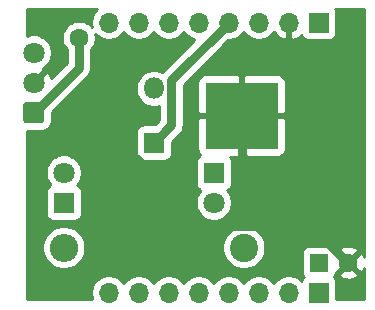
<source format=gbr>
%TF.GenerationSoftware,KiCad,Pcbnew,(5.1.7)-1*%
%TF.CreationDate,2020-12-03T17:13:14+01:00*%
%TF.ProjectId,RcOid,52634f69-642e-46b6-9963-61645f706362,1*%
%TF.SameCoordinates,Original*%
%TF.FileFunction,Copper,L2,Bot*%
%TF.FilePolarity,Positive*%
%FSLAX46Y46*%
G04 Gerber Fmt 4.6, Leading zero omitted, Abs format (unit mm)*
G04 Created by KiCad (PCBNEW (5.1.7)-1) date 2020-12-03 17:13:14*
%MOMM*%
%LPD*%
G01*
G04 APERTURE LIST*
%TA.AperFunction,ComponentPad*%
%ADD10O,1.800000X1.800000*%
%TD*%
%TA.AperFunction,ComponentPad*%
%ADD11R,1.800000X1.800000*%
%TD*%
%TA.AperFunction,SMDPad,CuDef*%
%ADD12R,6.200000X5.700000*%
%TD*%
%TA.AperFunction,ComponentPad*%
%ADD13C,1.800000*%
%TD*%
%TA.AperFunction,ComponentPad*%
%ADD14R,1.600000X1.600000*%
%TD*%
%TA.AperFunction,ComponentPad*%
%ADD15C,1.600000*%
%TD*%
%TA.AperFunction,ComponentPad*%
%ADD16R,1.700000X1.700000*%
%TD*%
%TA.AperFunction,ComponentPad*%
%ADD17O,1.700000X1.700000*%
%TD*%
%TA.AperFunction,ComponentPad*%
%ADD18C,2.400000*%
%TD*%
%TA.AperFunction,ComponentPad*%
%ADD19O,2.400000X2.400000*%
%TD*%
%TA.AperFunction,ViaPad*%
%ADD20C,1.600000*%
%TD*%
%TA.AperFunction,Conductor*%
%ADD21C,0.800000*%
%TD*%
%TA.AperFunction,Conductor*%
%ADD22C,0.254000*%
%TD*%
%TA.AperFunction,Conductor*%
%ADD23C,0.100000*%
%TD*%
G04 APERTURE END LIST*
D10*
%TO.P,Q1,2*%
%TO.N,Net-(D1-Pad1)*%
X134620000Y-99560000D03*
D11*
%TO.P,Q1,1*%
%TO.N,Net-(J1-Pad4)*%
X134620000Y-104140000D03*
D12*
%TO.P,Q1,3*%
%TO.N,GND*%
X142053333Y-101850000D03*
%TD*%
D13*
%TO.P,D2,2*%
%TO.N,Net-(D2-Pad2)*%
X139700000Y-109220000D03*
D11*
%TO.P,D2,1*%
%TO.N,Net-(D1-Pad2)*%
X139700000Y-106680000D03*
%TD*%
D13*
%TO.P,D1,2*%
%TO.N,Net-(D1-Pad2)*%
X127000000Y-106680000D03*
D11*
%TO.P,D1,1*%
%TO.N,Net-(D1-Pad1)*%
X127000000Y-109220000D03*
%TD*%
D14*
%TO.P,C1,1*%
%TO.N,+3V3*%
X148590000Y-114300000D03*
D15*
%TO.P,C1,2*%
%TO.N,GND*%
X151090000Y-114300000D03*
%TD*%
D16*
%TO.P,J1,1*%
%TO.N,Net-(J1-Pad1)*%
X148590000Y-93980000D03*
D17*
%TO.P,J1,2*%
%TO.N,GND*%
X146050000Y-93980000D03*
%TO.P,J1,3*%
%TO.N,Net-(J1-Pad3)*%
X143510000Y-93980000D03*
%TO.P,J1,4*%
%TO.N,Net-(J1-Pad4)*%
X140970000Y-93980000D03*
%TO.P,J1,5*%
%TO.N,Net-(J1-Pad5)*%
X138430000Y-93980000D03*
%TO.P,J1,6*%
%TO.N,Net-(J1-Pad6)*%
X135890000Y-93980000D03*
%TO.P,J1,7*%
%TO.N,Net-(J1-Pad7)*%
X133350000Y-93980000D03*
%TO.P,J1,8*%
%TO.N,Net-(J1-Pad8)*%
X130810000Y-93980000D03*
%TD*%
%TO.P,J2,8*%
%TO.N,Net-(J2-Pad8)*%
X130810000Y-116840000D03*
%TO.P,J2,7*%
%TO.N,Net-(J2-Pad7)*%
X133350000Y-116840000D03*
%TO.P,J2,6*%
%TO.N,Net-(J2-Pad6)*%
X135890000Y-116840000D03*
%TO.P,J2,5*%
%TO.N,Net-(J2-Pad5)*%
X138430000Y-116840000D03*
%TO.P,J2,4*%
%TO.N,Net-(J2-Pad4)*%
X140970000Y-116840000D03*
%TO.P,J2,3*%
%TO.N,Net-(J2-Pad3)*%
X143510000Y-116840000D03*
%TO.P,J2,2*%
%TO.N,Net-(J2-Pad2)*%
X146050000Y-116840000D03*
D16*
%TO.P,J2,1*%
%TO.N,+3V3*%
X148590000Y-116840000D03*
%TD*%
D18*
%TO.P,R1,1*%
%TO.N,+3V3*%
X142240000Y-113030000D03*
D19*
%TO.P,R1,2*%
%TO.N,Net-(D2-Pad2)*%
X127000000Y-113030000D03*
%TD*%
%TO.P,U1,1*%
%TO.N,Net-(J1-Pad3)*%
%TA.AperFunction,ComponentPad*%
G36*
G01*
X125109800Y-102500000D02*
X123810200Y-102500000D01*
G75*
G02*
X123560000Y-102249800I0J250200D01*
G01*
X123560000Y-100950200D01*
G75*
G02*
X123810200Y-100700000I250200J0D01*
G01*
X125109800Y-100700000D01*
G75*
G02*
X125360000Y-100950200I0J-250200D01*
G01*
X125360000Y-102249800D01*
G75*
G02*
X125109800Y-102500000I-250200J0D01*
G01*
G37*
%TD.AperFunction*%
D13*
%TO.P,U1,2*%
%TO.N,GND*%
X124460000Y-99060000D03*
%TO.P,U1,3*%
%TO.N,+3V3*%
X124460000Y-96520000D03*
%TD*%
D20*
%TO.N,GND*%
X128270000Y-102870000D03*
%TO.N,Net-(J1-Pad3)*%
X128270000Y-95250000D03*
%TD*%
D21*
%TO.N,GND*%
X148019999Y-111229999D02*
X151090000Y-114300000D01*
X133119990Y-105478742D02*
X138871247Y-111229999D01*
X138871247Y-111229999D02*
X148019999Y-111229999D01*
X133119990Y-105478742D02*
X130878742Y-105478742D01*
X130878742Y-105478742D02*
X128270000Y-102870000D01*
X142053333Y-105263333D02*
X151090000Y-114300000D01*
X142053333Y-101850000D02*
X142053333Y-105263333D01*
%TO.N,Net-(J1-Pad3)*%
X128270000Y-97790000D02*
X124460000Y-101600000D01*
X128270000Y-95250000D02*
X128270000Y-97790000D01*
%TO.N,Net-(J1-Pad4)*%
X136120010Y-98829990D02*
X140970000Y-93980000D01*
X136120010Y-102639990D02*
X136120010Y-98829990D01*
X134620000Y-104140000D02*
X136120010Y-102639990D01*
%TD*%
D22*
%TO.N,GND*%
X152455000Y-113855392D02*
X152393603Y-113683708D01*
X152326671Y-113558486D01*
X152082702Y-113486903D01*
X151269605Y-114300000D01*
X152082702Y-115113097D01*
X152326671Y-115041514D01*
X152447571Y-114786004D01*
X152455000Y-114756366D01*
X152455000Y-117375000D01*
X150078072Y-117375000D01*
X150078072Y-115990000D01*
X150065812Y-115865518D01*
X150029502Y-115745820D01*
X149970537Y-115635506D01*
X149891185Y-115538815D01*
X149867374Y-115519274D01*
X149920537Y-115454494D01*
X149979502Y-115344180D01*
X149995117Y-115292702D01*
X150276903Y-115292702D01*
X150348486Y-115536671D01*
X150603996Y-115657571D01*
X150878184Y-115726300D01*
X151160512Y-115740217D01*
X151440130Y-115698787D01*
X151706292Y-115603603D01*
X151831514Y-115536671D01*
X151903097Y-115292702D01*
X151090000Y-114479605D01*
X150276903Y-115292702D01*
X149995117Y-115292702D01*
X150015812Y-115224482D01*
X150028072Y-115100000D01*
X150028072Y-115092785D01*
X150097298Y-115113097D01*
X150910395Y-114300000D01*
X150097298Y-113486903D01*
X150028072Y-113507215D01*
X150028072Y-113500000D01*
X150015812Y-113375518D01*
X149995118Y-113307298D01*
X150276903Y-113307298D01*
X151090000Y-114120395D01*
X151903097Y-113307298D01*
X151831514Y-113063329D01*
X151576004Y-112942429D01*
X151301816Y-112873700D01*
X151019488Y-112859783D01*
X150739870Y-112901213D01*
X150473708Y-112996397D01*
X150348486Y-113063329D01*
X150276903Y-113307298D01*
X149995118Y-113307298D01*
X149979502Y-113255820D01*
X149920537Y-113145506D01*
X149841185Y-113048815D01*
X149744494Y-112969463D01*
X149634180Y-112910498D01*
X149514482Y-112874188D01*
X149390000Y-112861928D01*
X147790000Y-112861928D01*
X147665518Y-112874188D01*
X147545820Y-112910498D01*
X147435506Y-112969463D01*
X147338815Y-113048815D01*
X147259463Y-113145506D01*
X147200498Y-113255820D01*
X147164188Y-113375518D01*
X147151928Y-113500000D01*
X147151928Y-115100000D01*
X147164188Y-115224482D01*
X147200498Y-115344180D01*
X147259463Y-115454494D01*
X147312626Y-115519274D01*
X147288815Y-115538815D01*
X147209463Y-115635506D01*
X147150498Y-115745820D01*
X147128487Y-115818380D01*
X146996632Y-115686525D01*
X146753411Y-115524010D01*
X146483158Y-115412068D01*
X146196260Y-115355000D01*
X145903740Y-115355000D01*
X145616842Y-115412068D01*
X145346589Y-115524010D01*
X145103368Y-115686525D01*
X144896525Y-115893368D01*
X144780000Y-116067760D01*
X144663475Y-115893368D01*
X144456632Y-115686525D01*
X144213411Y-115524010D01*
X143943158Y-115412068D01*
X143656260Y-115355000D01*
X143363740Y-115355000D01*
X143076842Y-115412068D01*
X142806589Y-115524010D01*
X142563368Y-115686525D01*
X142356525Y-115893368D01*
X142240000Y-116067760D01*
X142123475Y-115893368D01*
X141916632Y-115686525D01*
X141673411Y-115524010D01*
X141403158Y-115412068D01*
X141116260Y-115355000D01*
X140823740Y-115355000D01*
X140536842Y-115412068D01*
X140266589Y-115524010D01*
X140023368Y-115686525D01*
X139816525Y-115893368D01*
X139700000Y-116067760D01*
X139583475Y-115893368D01*
X139376632Y-115686525D01*
X139133411Y-115524010D01*
X138863158Y-115412068D01*
X138576260Y-115355000D01*
X138283740Y-115355000D01*
X137996842Y-115412068D01*
X137726589Y-115524010D01*
X137483368Y-115686525D01*
X137276525Y-115893368D01*
X137160000Y-116067760D01*
X137043475Y-115893368D01*
X136836632Y-115686525D01*
X136593411Y-115524010D01*
X136323158Y-115412068D01*
X136036260Y-115355000D01*
X135743740Y-115355000D01*
X135456842Y-115412068D01*
X135186589Y-115524010D01*
X134943368Y-115686525D01*
X134736525Y-115893368D01*
X134620000Y-116067760D01*
X134503475Y-115893368D01*
X134296632Y-115686525D01*
X134053411Y-115524010D01*
X133783158Y-115412068D01*
X133496260Y-115355000D01*
X133203740Y-115355000D01*
X132916842Y-115412068D01*
X132646589Y-115524010D01*
X132403368Y-115686525D01*
X132196525Y-115893368D01*
X132080000Y-116067760D01*
X131963475Y-115893368D01*
X131756632Y-115686525D01*
X131513411Y-115524010D01*
X131243158Y-115412068D01*
X130956260Y-115355000D01*
X130663740Y-115355000D01*
X130376842Y-115412068D01*
X130106589Y-115524010D01*
X129863368Y-115686525D01*
X129656525Y-115893368D01*
X129494010Y-116136589D01*
X129382068Y-116406842D01*
X129325000Y-116693740D01*
X129325000Y-116986260D01*
X129382068Y-117273158D01*
X129424252Y-117375000D01*
X123925000Y-117375000D01*
X123925000Y-112849268D01*
X125165000Y-112849268D01*
X125165000Y-113210732D01*
X125235518Y-113565250D01*
X125373844Y-113899199D01*
X125574662Y-114199744D01*
X125830256Y-114455338D01*
X126130801Y-114656156D01*
X126464750Y-114794482D01*
X126819268Y-114865000D01*
X127180732Y-114865000D01*
X127535250Y-114794482D01*
X127869199Y-114656156D01*
X128169744Y-114455338D01*
X128425338Y-114199744D01*
X128626156Y-113899199D01*
X128764482Y-113565250D01*
X128835000Y-113210732D01*
X128835000Y-112849268D01*
X140405000Y-112849268D01*
X140405000Y-113210732D01*
X140475518Y-113565250D01*
X140613844Y-113899199D01*
X140814662Y-114199744D01*
X141070256Y-114455338D01*
X141370801Y-114656156D01*
X141704750Y-114794482D01*
X142059268Y-114865000D01*
X142420732Y-114865000D01*
X142775250Y-114794482D01*
X143109199Y-114656156D01*
X143409744Y-114455338D01*
X143665338Y-114199744D01*
X143866156Y-113899199D01*
X144004482Y-113565250D01*
X144075000Y-113210732D01*
X144075000Y-112849268D01*
X144004482Y-112494750D01*
X143866156Y-112160801D01*
X143665338Y-111860256D01*
X143409744Y-111604662D01*
X143109199Y-111403844D01*
X142775250Y-111265518D01*
X142420732Y-111195000D01*
X142059268Y-111195000D01*
X141704750Y-111265518D01*
X141370801Y-111403844D01*
X141070256Y-111604662D01*
X140814662Y-111860256D01*
X140613844Y-112160801D01*
X140475518Y-112494750D01*
X140405000Y-112849268D01*
X128835000Y-112849268D01*
X128764482Y-112494750D01*
X128626156Y-112160801D01*
X128425338Y-111860256D01*
X128169744Y-111604662D01*
X127869199Y-111403844D01*
X127535250Y-111265518D01*
X127180732Y-111195000D01*
X126819268Y-111195000D01*
X126464750Y-111265518D01*
X126130801Y-111403844D01*
X125830256Y-111604662D01*
X125574662Y-111860256D01*
X125373844Y-112160801D01*
X125235518Y-112494750D01*
X125165000Y-112849268D01*
X123925000Y-112849268D01*
X123925000Y-108320000D01*
X125461928Y-108320000D01*
X125461928Y-110120000D01*
X125474188Y-110244482D01*
X125510498Y-110364180D01*
X125569463Y-110474494D01*
X125648815Y-110571185D01*
X125745506Y-110650537D01*
X125855820Y-110709502D01*
X125975518Y-110745812D01*
X126100000Y-110758072D01*
X127900000Y-110758072D01*
X128024482Y-110745812D01*
X128144180Y-110709502D01*
X128254494Y-110650537D01*
X128351185Y-110571185D01*
X128430537Y-110474494D01*
X128489502Y-110364180D01*
X128525812Y-110244482D01*
X128538072Y-110120000D01*
X128538072Y-108320000D01*
X128525812Y-108195518D01*
X128489502Y-108075820D01*
X128430537Y-107965506D01*
X128351185Y-107868815D01*
X128254494Y-107789463D01*
X128144180Y-107730498D01*
X128125873Y-107724944D01*
X128192312Y-107658505D01*
X128360299Y-107407095D01*
X128476011Y-107127743D01*
X128535000Y-106831184D01*
X128535000Y-106528816D01*
X128476011Y-106232257D01*
X128360299Y-105952905D01*
X128244768Y-105780000D01*
X138161928Y-105780000D01*
X138161928Y-107580000D01*
X138174188Y-107704482D01*
X138210498Y-107824180D01*
X138269463Y-107934494D01*
X138348815Y-108031185D01*
X138445506Y-108110537D01*
X138555820Y-108169502D01*
X138574127Y-108175056D01*
X138507688Y-108241495D01*
X138339701Y-108492905D01*
X138223989Y-108772257D01*
X138165000Y-109068816D01*
X138165000Y-109371184D01*
X138223989Y-109667743D01*
X138339701Y-109947095D01*
X138507688Y-110198505D01*
X138721495Y-110412312D01*
X138972905Y-110580299D01*
X139252257Y-110696011D01*
X139548816Y-110755000D01*
X139851184Y-110755000D01*
X140147743Y-110696011D01*
X140427095Y-110580299D01*
X140678505Y-110412312D01*
X140892312Y-110198505D01*
X141060299Y-109947095D01*
X141176011Y-109667743D01*
X141235000Y-109371184D01*
X141235000Y-109068816D01*
X141176011Y-108772257D01*
X141060299Y-108492905D01*
X140892312Y-108241495D01*
X140825873Y-108175056D01*
X140844180Y-108169502D01*
X140954494Y-108110537D01*
X141051185Y-108031185D01*
X141130537Y-107934494D01*
X141189502Y-107824180D01*
X141225812Y-107704482D01*
X141238072Y-107580000D01*
X141238072Y-105780000D01*
X141225812Y-105655518D01*
X141189502Y-105535820D01*
X141130537Y-105425506D01*
X141056898Y-105335776D01*
X141767583Y-105335000D01*
X141926333Y-105176250D01*
X141926333Y-101977000D01*
X142180333Y-101977000D01*
X142180333Y-105176250D01*
X142339083Y-105335000D01*
X145153333Y-105338072D01*
X145277815Y-105325812D01*
X145397513Y-105289502D01*
X145507827Y-105230537D01*
X145604518Y-105151185D01*
X145683870Y-105054494D01*
X145742835Y-104944180D01*
X145779145Y-104824482D01*
X145791405Y-104700000D01*
X145788333Y-102135750D01*
X145629583Y-101977000D01*
X142180333Y-101977000D01*
X141926333Y-101977000D01*
X138477083Y-101977000D01*
X138318333Y-102135750D01*
X138315261Y-104700000D01*
X138327521Y-104824482D01*
X138363831Y-104944180D01*
X138422796Y-105054494D01*
X138502148Y-105151185D01*
X138552327Y-105192365D01*
X138445506Y-105249463D01*
X138348815Y-105328815D01*
X138269463Y-105425506D01*
X138210498Y-105535820D01*
X138174188Y-105655518D01*
X138161928Y-105780000D01*
X128244768Y-105780000D01*
X128192312Y-105701495D01*
X127978505Y-105487688D01*
X127727095Y-105319701D01*
X127447743Y-105203989D01*
X127151184Y-105145000D01*
X126848816Y-105145000D01*
X126552257Y-105203989D01*
X126272905Y-105319701D01*
X126021495Y-105487688D01*
X125807688Y-105701495D01*
X125639701Y-105952905D01*
X125523989Y-106232257D01*
X125465000Y-106528816D01*
X125465000Y-106831184D01*
X125523989Y-107127743D01*
X125639701Y-107407095D01*
X125807688Y-107658505D01*
X125874127Y-107724944D01*
X125855820Y-107730498D01*
X125745506Y-107789463D01*
X125648815Y-107868815D01*
X125569463Y-107965506D01*
X125510498Y-108075820D01*
X125474188Y-108195518D01*
X125461928Y-108320000D01*
X123925000Y-108320000D01*
X123925000Y-103138072D01*
X125109800Y-103138072D01*
X125283093Y-103121004D01*
X125449727Y-103070456D01*
X125603297Y-102988371D01*
X125737903Y-102877903D01*
X125848371Y-102743297D01*
X125930456Y-102589727D01*
X125981004Y-102423093D01*
X125998072Y-102249800D01*
X125998072Y-101525638D01*
X128965908Y-98557803D01*
X129005396Y-98525396D01*
X129051299Y-98469463D01*
X129134734Y-98367798D01*
X129230840Y-98187994D01*
X129230841Y-98187993D01*
X129290024Y-97992895D01*
X129305000Y-97840838D01*
X129305000Y-97840835D01*
X129310007Y-97790000D01*
X129305000Y-97739165D01*
X129305000Y-96244396D01*
X129384637Y-96164759D01*
X129541680Y-95929727D01*
X129649853Y-95668574D01*
X129705000Y-95391335D01*
X129705000Y-95108665D01*
X129671837Y-94941944D01*
X129863368Y-95133475D01*
X130106589Y-95295990D01*
X130376842Y-95407932D01*
X130663740Y-95465000D01*
X130956260Y-95465000D01*
X131243158Y-95407932D01*
X131513411Y-95295990D01*
X131756632Y-95133475D01*
X131963475Y-94926632D01*
X132080000Y-94752240D01*
X132196525Y-94926632D01*
X132403368Y-95133475D01*
X132646589Y-95295990D01*
X132916842Y-95407932D01*
X133203740Y-95465000D01*
X133496260Y-95465000D01*
X133783158Y-95407932D01*
X134053411Y-95295990D01*
X134296632Y-95133475D01*
X134503475Y-94926632D01*
X134620000Y-94752240D01*
X134736525Y-94926632D01*
X134943368Y-95133475D01*
X135186589Y-95295990D01*
X135456842Y-95407932D01*
X135743740Y-95465000D01*
X136036260Y-95465000D01*
X136323158Y-95407932D01*
X136593411Y-95295990D01*
X136836632Y-95133475D01*
X137043475Y-94926632D01*
X137160000Y-94752240D01*
X137276525Y-94926632D01*
X137483368Y-95133475D01*
X137726589Y-95295990D01*
X137996842Y-95407932D01*
X138064833Y-95421456D01*
X135424102Y-98062187D01*
X135384615Y-98094594D01*
X135352208Y-98134082D01*
X135352207Y-98134083D01*
X135310721Y-98184634D01*
X135067743Y-98083989D01*
X134771184Y-98025000D01*
X134468816Y-98025000D01*
X134172257Y-98083989D01*
X133892905Y-98199701D01*
X133641495Y-98367688D01*
X133427688Y-98581495D01*
X133259701Y-98832905D01*
X133143989Y-99112257D01*
X133085000Y-99408816D01*
X133085000Y-99711184D01*
X133143989Y-100007743D01*
X133259701Y-100287095D01*
X133427688Y-100538505D01*
X133641495Y-100752312D01*
X133892905Y-100920299D01*
X134172257Y-101036011D01*
X134468816Y-101095000D01*
X134771184Y-101095000D01*
X135067743Y-101036011D01*
X135085010Y-101028859D01*
X135085010Y-102211279D01*
X134694361Y-102601928D01*
X133720000Y-102601928D01*
X133595518Y-102614188D01*
X133475820Y-102650498D01*
X133365506Y-102709463D01*
X133268815Y-102788815D01*
X133189463Y-102885506D01*
X133130498Y-102995820D01*
X133094188Y-103115518D01*
X133081928Y-103240000D01*
X133081928Y-105040000D01*
X133094188Y-105164482D01*
X133130498Y-105284180D01*
X133189463Y-105394494D01*
X133268815Y-105491185D01*
X133365506Y-105570537D01*
X133475820Y-105629502D01*
X133595518Y-105665812D01*
X133720000Y-105678072D01*
X135520000Y-105678072D01*
X135644482Y-105665812D01*
X135764180Y-105629502D01*
X135874494Y-105570537D01*
X135971185Y-105491185D01*
X136050537Y-105394494D01*
X136109502Y-105284180D01*
X136145812Y-105164482D01*
X136158072Y-105040000D01*
X136158072Y-104065639D01*
X136815918Y-103407793D01*
X136855406Y-103375386D01*
X136984744Y-103217787D01*
X137080851Y-103037983D01*
X137140034Y-102842885D01*
X137155010Y-102690828D01*
X137155010Y-102690819D01*
X137160016Y-102639991D01*
X137155010Y-102589163D01*
X137155010Y-99258700D01*
X137413710Y-99000000D01*
X138315261Y-99000000D01*
X138318333Y-101564250D01*
X138477083Y-101723000D01*
X141926333Y-101723000D01*
X141926333Y-98523750D01*
X142180333Y-98523750D01*
X142180333Y-101723000D01*
X145629583Y-101723000D01*
X145788333Y-101564250D01*
X145791405Y-99000000D01*
X145779145Y-98875518D01*
X145742835Y-98755820D01*
X145683870Y-98645506D01*
X145604518Y-98548815D01*
X145507827Y-98469463D01*
X145397513Y-98410498D01*
X145277815Y-98374188D01*
X145153333Y-98361928D01*
X142339083Y-98365000D01*
X142180333Y-98523750D01*
X141926333Y-98523750D01*
X141767583Y-98365000D01*
X138953333Y-98361928D01*
X138828851Y-98374188D01*
X138709153Y-98410498D01*
X138598839Y-98469463D01*
X138502148Y-98548815D01*
X138422796Y-98645506D01*
X138363831Y-98755820D01*
X138327521Y-98875518D01*
X138315261Y-99000000D01*
X137413710Y-99000000D01*
X140948711Y-95465000D01*
X141116260Y-95465000D01*
X141403158Y-95407932D01*
X141673411Y-95295990D01*
X141916632Y-95133475D01*
X142123475Y-94926632D01*
X142240000Y-94752240D01*
X142356525Y-94926632D01*
X142563368Y-95133475D01*
X142806589Y-95295990D01*
X143076842Y-95407932D01*
X143363740Y-95465000D01*
X143656260Y-95465000D01*
X143943158Y-95407932D01*
X144213411Y-95295990D01*
X144456632Y-95133475D01*
X144663475Y-94926632D01*
X144785195Y-94744466D01*
X144854822Y-94861355D01*
X145049731Y-95077588D01*
X145283080Y-95251641D01*
X145545901Y-95376825D01*
X145693110Y-95421476D01*
X145923000Y-95300155D01*
X145923000Y-94107000D01*
X145903000Y-94107000D01*
X145903000Y-93853000D01*
X145923000Y-93853000D01*
X145923000Y-93833000D01*
X146177000Y-93833000D01*
X146177000Y-93853000D01*
X146197000Y-93853000D01*
X146197000Y-94107000D01*
X146177000Y-94107000D01*
X146177000Y-95300155D01*
X146406890Y-95421476D01*
X146554099Y-95376825D01*
X146816920Y-95251641D01*
X147050269Y-95077588D01*
X147126034Y-94993534D01*
X147150498Y-95074180D01*
X147209463Y-95184494D01*
X147288815Y-95281185D01*
X147385506Y-95360537D01*
X147495820Y-95419502D01*
X147615518Y-95455812D01*
X147740000Y-95468072D01*
X149440000Y-95468072D01*
X149564482Y-95455812D01*
X149684180Y-95419502D01*
X149794494Y-95360537D01*
X149891185Y-95281185D01*
X149970537Y-95184494D01*
X150029502Y-95074180D01*
X150065812Y-94954482D01*
X150078072Y-94830000D01*
X150078072Y-93130000D01*
X150065812Y-93005518D01*
X150029502Y-92885820D01*
X150007683Y-92845001D01*
X152455001Y-92845001D01*
X152455000Y-113855392D01*
%TA.AperFunction,Conductor*%
D23*
G36*
X152455000Y-113855392D02*
G01*
X152393603Y-113683708D01*
X152326671Y-113558486D01*
X152082702Y-113486903D01*
X151269605Y-114300000D01*
X152082702Y-115113097D01*
X152326671Y-115041514D01*
X152447571Y-114786004D01*
X152455000Y-114756366D01*
X152455000Y-117375000D01*
X150078072Y-117375000D01*
X150078072Y-115990000D01*
X150065812Y-115865518D01*
X150029502Y-115745820D01*
X149970537Y-115635506D01*
X149891185Y-115538815D01*
X149867374Y-115519274D01*
X149920537Y-115454494D01*
X149979502Y-115344180D01*
X149995117Y-115292702D01*
X150276903Y-115292702D01*
X150348486Y-115536671D01*
X150603996Y-115657571D01*
X150878184Y-115726300D01*
X151160512Y-115740217D01*
X151440130Y-115698787D01*
X151706292Y-115603603D01*
X151831514Y-115536671D01*
X151903097Y-115292702D01*
X151090000Y-114479605D01*
X150276903Y-115292702D01*
X149995117Y-115292702D01*
X150015812Y-115224482D01*
X150028072Y-115100000D01*
X150028072Y-115092785D01*
X150097298Y-115113097D01*
X150910395Y-114300000D01*
X150097298Y-113486903D01*
X150028072Y-113507215D01*
X150028072Y-113500000D01*
X150015812Y-113375518D01*
X149995118Y-113307298D01*
X150276903Y-113307298D01*
X151090000Y-114120395D01*
X151903097Y-113307298D01*
X151831514Y-113063329D01*
X151576004Y-112942429D01*
X151301816Y-112873700D01*
X151019488Y-112859783D01*
X150739870Y-112901213D01*
X150473708Y-112996397D01*
X150348486Y-113063329D01*
X150276903Y-113307298D01*
X149995118Y-113307298D01*
X149979502Y-113255820D01*
X149920537Y-113145506D01*
X149841185Y-113048815D01*
X149744494Y-112969463D01*
X149634180Y-112910498D01*
X149514482Y-112874188D01*
X149390000Y-112861928D01*
X147790000Y-112861928D01*
X147665518Y-112874188D01*
X147545820Y-112910498D01*
X147435506Y-112969463D01*
X147338815Y-113048815D01*
X147259463Y-113145506D01*
X147200498Y-113255820D01*
X147164188Y-113375518D01*
X147151928Y-113500000D01*
X147151928Y-115100000D01*
X147164188Y-115224482D01*
X147200498Y-115344180D01*
X147259463Y-115454494D01*
X147312626Y-115519274D01*
X147288815Y-115538815D01*
X147209463Y-115635506D01*
X147150498Y-115745820D01*
X147128487Y-115818380D01*
X146996632Y-115686525D01*
X146753411Y-115524010D01*
X146483158Y-115412068D01*
X146196260Y-115355000D01*
X145903740Y-115355000D01*
X145616842Y-115412068D01*
X145346589Y-115524010D01*
X145103368Y-115686525D01*
X144896525Y-115893368D01*
X144780000Y-116067760D01*
X144663475Y-115893368D01*
X144456632Y-115686525D01*
X144213411Y-115524010D01*
X143943158Y-115412068D01*
X143656260Y-115355000D01*
X143363740Y-115355000D01*
X143076842Y-115412068D01*
X142806589Y-115524010D01*
X142563368Y-115686525D01*
X142356525Y-115893368D01*
X142240000Y-116067760D01*
X142123475Y-115893368D01*
X141916632Y-115686525D01*
X141673411Y-115524010D01*
X141403158Y-115412068D01*
X141116260Y-115355000D01*
X140823740Y-115355000D01*
X140536842Y-115412068D01*
X140266589Y-115524010D01*
X140023368Y-115686525D01*
X139816525Y-115893368D01*
X139700000Y-116067760D01*
X139583475Y-115893368D01*
X139376632Y-115686525D01*
X139133411Y-115524010D01*
X138863158Y-115412068D01*
X138576260Y-115355000D01*
X138283740Y-115355000D01*
X137996842Y-115412068D01*
X137726589Y-115524010D01*
X137483368Y-115686525D01*
X137276525Y-115893368D01*
X137160000Y-116067760D01*
X137043475Y-115893368D01*
X136836632Y-115686525D01*
X136593411Y-115524010D01*
X136323158Y-115412068D01*
X136036260Y-115355000D01*
X135743740Y-115355000D01*
X135456842Y-115412068D01*
X135186589Y-115524010D01*
X134943368Y-115686525D01*
X134736525Y-115893368D01*
X134620000Y-116067760D01*
X134503475Y-115893368D01*
X134296632Y-115686525D01*
X134053411Y-115524010D01*
X133783158Y-115412068D01*
X133496260Y-115355000D01*
X133203740Y-115355000D01*
X132916842Y-115412068D01*
X132646589Y-115524010D01*
X132403368Y-115686525D01*
X132196525Y-115893368D01*
X132080000Y-116067760D01*
X131963475Y-115893368D01*
X131756632Y-115686525D01*
X131513411Y-115524010D01*
X131243158Y-115412068D01*
X130956260Y-115355000D01*
X130663740Y-115355000D01*
X130376842Y-115412068D01*
X130106589Y-115524010D01*
X129863368Y-115686525D01*
X129656525Y-115893368D01*
X129494010Y-116136589D01*
X129382068Y-116406842D01*
X129325000Y-116693740D01*
X129325000Y-116986260D01*
X129382068Y-117273158D01*
X129424252Y-117375000D01*
X123925000Y-117375000D01*
X123925000Y-112849268D01*
X125165000Y-112849268D01*
X125165000Y-113210732D01*
X125235518Y-113565250D01*
X125373844Y-113899199D01*
X125574662Y-114199744D01*
X125830256Y-114455338D01*
X126130801Y-114656156D01*
X126464750Y-114794482D01*
X126819268Y-114865000D01*
X127180732Y-114865000D01*
X127535250Y-114794482D01*
X127869199Y-114656156D01*
X128169744Y-114455338D01*
X128425338Y-114199744D01*
X128626156Y-113899199D01*
X128764482Y-113565250D01*
X128835000Y-113210732D01*
X128835000Y-112849268D01*
X140405000Y-112849268D01*
X140405000Y-113210732D01*
X140475518Y-113565250D01*
X140613844Y-113899199D01*
X140814662Y-114199744D01*
X141070256Y-114455338D01*
X141370801Y-114656156D01*
X141704750Y-114794482D01*
X142059268Y-114865000D01*
X142420732Y-114865000D01*
X142775250Y-114794482D01*
X143109199Y-114656156D01*
X143409744Y-114455338D01*
X143665338Y-114199744D01*
X143866156Y-113899199D01*
X144004482Y-113565250D01*
X144075000Y-113210732D01*
X144075000Y-112849268D01*
X144004482Y-112494750D01*
X143866156Y-112160801D01*
X143665338Y-111860256D01*
X143409744Y-111604662D01*
X143109199Y-111403844D01*
X142775250Y-111265518D01*
X142420732Y-111195000D01*
X142059268Y-111195000D01*
X141704750Y-111265518D01*
X141370801Y-111403844D01*
X141070256Y-111604662D01*
X140814662Y-111860256D01*
X140613844Y-112160801D01*
X140475518Y-112494750D01*
X140405000Y-112849268D01*
X128835000Y-112849268D01*
X128764482Y-112494750D01*
X128626156Y-112160801D01*
X128425338Y-111860256D01*
X128169744Y-111604662D01*
X127869199Y-111403844D01*
X127535250Y-111265518D01*
X127180732Y-111195000D01*
X126819268Y-111195000D01*
X126464750Y-111265518D01*
X126130801Y-111403844D01*
X125830256Y-111604662D01*
X125574662Y-111860256D01*
X125373844Y-112160801D01*
X125235518Y-112494750D01*
X125165000Y-112849268D01*
X123925000Y-112849268D01*
X123925000Y-108320000D01*
X125461928Y-108320000D01*
X125461928Y-110120000D01*
X125474188Y-110244482D01*
X125510498Y-110364180D01*
X125569463Y-110474494D01*
X125648815Y-110571185D01*
X125745506Y-110650537D01*
X125855820Y-110709502D01*
X125975518Y-110745812D01*
X126100000Y-110758072D01*
X127900000Y-110758072D01*
X128024482Y-110745812D01*
X128144180Y-110709502D01*
X128254494Y-110650537D01*
X128351185Y-110571185D01*
X128430537Y-110474494D01*
X128489502Y-110364180D01*
X128525812Y-110244482D01*
X128538072Y-110120000D01*
X128538072Y-108320000D01*
X128525812Y-108195518D01*
X128489502Y-108075820D01*
X128430537Y-107965506D01*
X128351185Y-107868815D01*
X128254494Y-107789463D01*
X128144180Y-107730498D01*
X128125873Y-107724944D01*
X128192312Y-107658505D01*
X128360299Y-107407095D01*
X128476011Y-107127743D01*
X128535000Y-106831184D01*
X128535000Y-106528816D01*
X128476011Y-106232257D01*
X128360299Y-105952905D01*
X128244768Y-105780000D01*
X138161928Y-105780000D01*
X138161928Y-107580000D01*
X138174188Y-107704482D01*
X138210498Y-107824180D01*
X138269463Y-107934494D01*
X138348815Y-108031185D01*
X138445506Y-108110537D01*
X138555820Y-108169502D01*
X138574127Y-108175056D01*
X138507688Y-108241495D01*
X138339701Y-108492905D01*
X138223989Y-108772257D01*
X138165000Y-109068816D01*
X138165000Y-109371184D01*
X138223989Y-109667743D01*
X138339701Y-109947095D01*
X138507688Y-110198505D01*
X138721495Y-110412312D01*
X138972905Y-110580299D01*
X139252257Y-110696011D01*
X139548816Y-110755000D01*
X139851184Y-110755000D01*
X140147743Y-110696011D01*
X140427095Y-110580299D01*
X140678505Y-110412312D01*
X140892312Y-110198505D01*
X141060299Y-109947095D01*
X141176011Y-109667743D01*
X141235000Y-109371184D01*
X141235000Y-109068816D01*
X141176011Y-108772257D01*
X141060299Y-108492905D01*
X140892312Y-108241495D01*
X140825873Y-108175056D01*
X140844180Y-108169502D01*
X140954494Y-108110537D01*
X141051185Y-108031185D01*
X141130537Y-107934494D01*
X141189502Y-107824180D01*
X141225812Y-107704482D01*
X141238072Y-107580000D01*
X141238072Y-105780000D01*
X141225812Y-105655518D01*
X141189502Y-105535820D01*
X141130537Y-105425506D01*
X141056898Y-105335776D01*
X141767583Y-105335000D01*
X141926333Y-105176250D01*
X141926333Y-101977000D01*
X142180333Y-101977000D01*
X142180333Y-105176250D01*
X142339083Y-105335000D01*
X145153333Y-105338072D01*
X145277815Y-105325812D01*
X145397513Y-105289502D01*
X145507827Y-105230537D01*
X145604518Y-105151185D01*
X145683870Y-105054494D01*
X145742835Y-104944180D01*
X145779145Y-104824482D01*
X145791405Y-104700000D01*
X145788333Y-102135750D01*
X145629583Y-101977000D01*
X142180333Y-101977000D01*
X141926333Y-101977000D01*
X138477083Y-101977000D01*
X138318333Y-102135750D01*
X138315261Y-104700000D01*
X138327521Y-104824482D01*
X138363831Y-104944180D01*
X138422796Y-105054494D01*
X138502148Y-105151185D01*
X138552327Y-105192365D01*
X138445506Y-105249463D01*
X138348815Y-105328815D01*
X138269463Y-105425506D01*
X138210498Y-105535820D01*
X138174188Y-105655518D01*
X138161928Y-105780000D01*
X128244768Y-105780000D01*
X128192312Y-105701495D01*
X127978505Y-105487688D01*
X127727095Y-105319701D01*
X127447743Y-105203989D01*
X127151184Y-105145000D01*
X126848816Y-105145000D01*
X126552257Y-105203989D01*
X126272905Y-105319701D01*
X126021495Y-105487688D01*
X125807688Y-105701495D01*
X125639701Y-105952905D01*
X125523989Y-106232257D01*
X125465000Y-106528816D01*
X125465000Y-106831184D01*
X125523989Y-107127743D01*
X125639701Y-107407095D01*
X125807688Y-107658505D01*
X125874127Y-107724944D01*
X125855820Y-107730498D01*
X125745506Y-107789463D01*
X125648815Y-107868815D01*
X125569463Y-107965506D01*
X125510498Y-108075820D01*
X125474188Y-108195518D01*
X125461928Y-108320000D01*
X123925000Y-108320000D01*
X123925000Y-103138072D01*
X125109800Y-103138072D01*
X125283093Y-103121004D01*
X125449727Y-103070456D01*
X125603297Y-102988371D01*
X125737903Y-102877903D01*
X125848371Y-102743297D01*
X125930456Y-102589727D01*
X125981004Y-102423093D01*
X125998072Y-102249800D01*
X125998072Y-101525638D01*
X128965908Y-98557803D01*
X129005396Y-98525396D01*
X129051299Y-98469463D01*
X129134734Y-98367798D01*
X129230840Y-98187994D01*
X129230841Y-98187993D01*
X129290024Y-97992895D01*
X129305000Y-97840838D01*
X129305000Y-97840835D01*
X129310007Y-97790000D01*
X129305000Y-97739165D01*
X129305000Y-96244396D01*
X129384637Y-96164759D01*
X129541680Y-95929727D01*
X129649853Y-95668574D01*
X129705000Y-95391335D01*
X129705000Y-95108665D01*
X129671837Y-94941944D01*
X129863368Y-95133475D01*
X130106589Y-95295990D01*
X130376842Y-95407932D01*
X130663740Y-95465000D01*
X130956260Y-95465000D01*
X131243158Y-95407932D01*
X131513411Y-95295990D01*
X131756632Y-95133475D01*
X131963475Y-94926632D01*
X132080000Y-94752240D01*
X132196525Y-94926632D01*
X132403368Y-95133475D01*
X132646589Y-95295990D01*
X132916842Y-95407932D01*
X133203740Y-95465000D01*
X133496260Y-95465000D01*
X133783158Y-95407932D01*
X134053411Y-95295990D01*
X134296632Y-95133475D01*
X134503475Y-94926632D01*
X134620000Y-94752240D01*
X134736525Y-94926632D01*
X134943368Y-95133475D01*
X135186589Y-95295990D01*
X135456842Y-95407932D01*
X135743740Y-95465000D01*
X136036260Y-95465000D01*
X136323158Y-95407932D01*
X136593411Y-95295990D01*
X136836632Y-95133475D01*
X137043475Y-94926632D01*
X137160000Y-94752240D01*
X137276525Y-94926632D01*
X137483368Y-95133475D01*
X137726589Y-95295990D01*
X137996842Y-95407932D01*
X138064833Y-95421456D01*
X135424102Y-98062187D01*
X135384615Y-98094594D01*
X135352208Y-98134082D01*
X135352207Y-98134083D01*
X135310721Y-98184634D01*
X135067743Y-98083989D01*
X134771184Y-98025000D01*
X134468816Y-98025000D01*
X134172257Y-98083989D01*
X133892905Y-98199701D01*
X133641495Y-98367688D01*
X133427688Y-98581495D01*
X133259701Y-98832905D01*
X133143989Y-99112257D01*
X133085000Y-99408816D01*
X133085000Y-99711184D01*
X133143989Y-100007743D01*
X133259701Y-100287095D01*
X133427688Y-100538505D01*
X133641495Y-100752312D01*
X133892905Y-100920299D01*
X134172257Y-101036011D01*
X134468816Y-101095000D01*
X134771184Y-101095000D01*
X135067743Y-101036011D01*
X135085010Y-101028859D01*
X135085010Y-102211279D01*
X134694361Y-102601928D01*
X133720000Y-102601928D01*
X133595518Y-102614188D01*
X133475820Y-102650498D01*
X133365506Y-102709463D01*
X133268815Y-102788815D01*
X133189463Y-102885506D01*
X133130498Y-102995820D01*
X133094188Y-103115518D01*
X133081928Y-103240000D01*
X133081928Y-105040000D01*
X133094188Y-105164482D01*
X133130498Y-105284180D01*
X133189463Y-105394494D01*
X133268815Y-105491185D01*
X133365506Y-105570537D01*
X133475820Y-105629502D01*
X133595518Y-105665812D01*
X133720000Y-105678072D01*
X135520000Y-105678072D01*
X135644482Y-105665812D01*
X135764180Y-105629502D01*
X135874494Y-105570537D01*
X135971185Y-105491185D01*
X136050537Y-105394494D01*
X136109502Y-105284180D01*
X136145812Y-105164482D01*
X136158072Y-105040000D01*
X136158072Y-104065639D01*
X136815918Y-103407793D01*
X136855406Y-103375386D01*
X136984744Y-103217787D01*
X137080851Y-103037983D01*
X137140034Y-102842885D01*
X137155010Y-102690828D01*
X137155010Y-102690819D01*
X137160016Y-102639991D01*
X137155010Y-102589163D01*
X137155010Y-99258700D01*
X137413710Y-99000000D01*
X138315261Y-99000000D01*
X138318333Y-101564250D01*
X138477083Y-101723000D01*
X141926333Y-101723000D01*
X141926333Y-98523750D01*
X142180333Y-98523750D01*
X142180333Y-101723000D01*
X145629583Y-101723000D01*
X145788333Y-101564250D01*
X145791405Y-99000000D01*
X145779145Y-98875518D01*
X145742835Y-98755820D01*
X145683870Y-98645506D01*
X145604518Y-98548815D01*
X145507827Y-98469463D01*
X145397513Y-98410498D01*
X145277815Y-98374188D01*
X145153333Y-98361928D01*
X142339083Y-98365000D01*
X142180333Y-98523750D01*
X141926333Y-98523750D01*
X141767583Y-98365000D01*
X138953333Y-98361928D01*
X138828851Y-98374188D01*
X138709153Y-98410498D01*
X138598839Y-98469463D01*
X138502148Y-98548815D01*
X138422796Y-98645506D01*
X138363831Y-98755820D01*
X138327521Y-98875518D01*
X138315261Y-99000000D01*
X137413710Y-99000000D01*
X140948711Y-95465000D01*
X141116260Y-95465000D01*
X141403158Y-95407932D01*
X141673411Y-95295990D01*
X141916632Y-95133475D01*
X142123475Y-94926632D01*
X142240000Y-94752240D01*
X142356525Y-94926632D01*
X142563368Y-95133475D01*
X142806589Y-95295990D01*
X143076842Y-95407932D01*
X143363740Y-95465000D01*
X143656260Y-95465000D01*
X143943158Y-95407932D01*
X144213411Y-95295990D01*
X144456632Y-95133475D01*
X144663475Y-94926632D01*
X144785195Y-94744466D01*
X144854822Y-94861355D01*
X145049731Y-95077588D01*
X145283080Y-95251641D01*
X145545901Y-95376825D01*
X145693110Y-95421476D01*
X145923000Y-95300155D01*
X145923000Y-94107000D01*
X145903000Y-94107000D01*
X145903000Y-93853000D01*
X145923000Y-93853000D01*
X145923000Y-93833000D01*
X146177000Y-93833000D01*
X146177000Y-93853000D01*
X146197000Y-93853000D01*
X146197000Y-94107000D01*
X146177000Y-94107000D01*
X146177000Y-95300155D01*
X146406890Y-95421476D01*
X146554099Y-95376825D01*
X146816920Y-95251641D01*
X147050269Y-95077588D01*
X147126034Y-94993534D01*
X147150498Y-95074180D01*
X147209463Y-95184494D01*
X147288815Y-95281185D01*
X147385506Y-95360537D01*
X147495820Y-95419502D01*
X147615518Y-95455812D01*
X147740000Y-95468072D01*
X149440000Y-95468072D01*
X149564482Y-95455812D01*
X149684180Y-95419502D01*
X149794494Y-95360537D01*
X149891185Y-95281185D01*
X149970537Y-95184494D01*
X150029502Y-95074180D01*
X150065812Y-94954482D01*
X150078072Y-94830000D01*
X150078072Y-93130000D01*
X150065812Y-93005518D01*
X150029502Y-92885820D01*
X150007683Y-92845001D01*
X152455001Y-92845001D01*
X152455000Y-113855392D01*
G37*
%TD.AperFunction*%
D22*
X129656525Y-93033368D02*
X129494010Y-93276589D01*
X129382068Y-93546842D01*
X129325000Y-93833740D01*
X129325000Y-94126260D01*
X129362083Y-94312687D01*
X129184759Y-94135363D01*
X128949727Y-93978320D01*
X128688574Y-93870147D01*
X128411335Y-93815000D01*
X128128665Y-93815000D01*
X127851426Y-93870147D01*
X127590273Y-93978320D01*
X127355241Y-94135363D01*
X127155363Y-94335241D01*
X126998320Y-94570273D01*
X126890147Y-94831426D01*
X126835000Y-95108665D01*
X126835000Y-95391335D01*
X126890147Y-95668574D01*
X126998320Y-95929727D01*
X127155363Y-96164759D01*
X127235000Y-96244396D01*
X127235001Y-97361288D01*
X125943792Y-98652498D01*
X125858222Y-98408801D01*
X125778261Y-98259208D01*
X125524080Y-98175525D01*
X124639605Y-99060000D01*
X124653748Y-99074143D01*
X124474143Y-99253748D01*
X124460000Y-99239605D01*
X124445858Y-99253748D01*
X124266253Y-99074143D01*
X124280395Y-99060000D01*
X124266253Y-99045858D01*
X124445858Y-98866253D01*
X124460000Y-98880395D01*
X125344475Y-97995920D01*
X125284895Y-97814951D01*
X125438505Y-97712312D01*
X125652312Y-97498505D01*
X125820299Y-97247095D01*
X125936011Y-96967743D01*
X125995000Y-96671184D01*
X125995000Y-96368816D01*
X125936011Y-96072257D01*
X125820299Y-95792905D01*
X125652312Y-95541495D01*
X125438505Y-95327688D01*
X125187095Y-95159701D01*
X124907743Y-95043989D01*
X124611184Y-94985000D01*
X124308816Y-94985000D01*
X124012257Y-95043989D01*
X123925000Y-95080132D01*
X123925000Y-92845001D01*
X129844892Y-92845001D01*
X129656525Y-93033368D01*
%TA.AperFunction,Conductor*%
D23*
G36*
X129656525Y-93033368D02*
G01*
X129494010Y-93276589D01*
X129382068Y-93546842D01*
X129325000Y-93833740D01*
X129325000Y-94126260D01*
X129362083Y-94312687D01*
X129184759Y-94135363D01*
X128949727Y-93978320D01*
X128688574Y-93870147D01*
X128411335Y-93815000D01*
X128128665Y-93815000D01*
X127851426Y-93870147D01*
X127590273Y-93978320D01*
X127355241Y-94135363D01*
X127155363Y-94335241D01*
X126998320Y-94570273D01*
X126890147Y-94831426D01*
X126835000Y-95108665D01*
X126835000Y-95391335D01*
X126890147Y-95668574D01*
X126998320Y-95929727D01*
X127155363Y-96164759D01*
X127235000Y-96244396D01*
X127235001Y-97361288D01*
X125943792Y-98652498D01*
X125858222Y-98408801D01*
X125778261Y-98259208D01*
X125524080Y-98175525D01*
X124639605Y-99060000D01*
X124653748Y-99074143D01*
X124474143Y-99253748D01*
X124460000Y-99239605D01*
X124445858Y-99253748D01*
X124266253Y-99074143D01*
X124280395Y-99060000D01*
X124266253Y-99045858D01*
X124445858Y-98866253D01*
X124460000Y-98880395D01*
X125344475Y-97995920D01*
X125284895Y-97814951D01*
X125438505Y-97712312D01*
X125652312Y-97498505D01*
X125820299Y-97247095D01*
X125936011Y-96967743D01*
X125995000Y-96671184D01*
X125995000Y-96368816D01*
X125936011Y-96072257D01*
X125820299Y-95792905D01*
X125652312Y-95541495D01*
X125438505Y-95327688D01*
X125187095Y-95159701D01*
X124907743Y-95043989D01*
X124611184Y-94985000D01*
X124308816Y-94985000D01*
X124012257Y-95043989D01*
X123925000Y-95080132D01*
X123925000Y-92845001D01*
X129844892Y-92845001D01*
X129656525Y-93033368D01*
G37*
%TD.AperFunction*%
%TD*%
M02*

</source>
